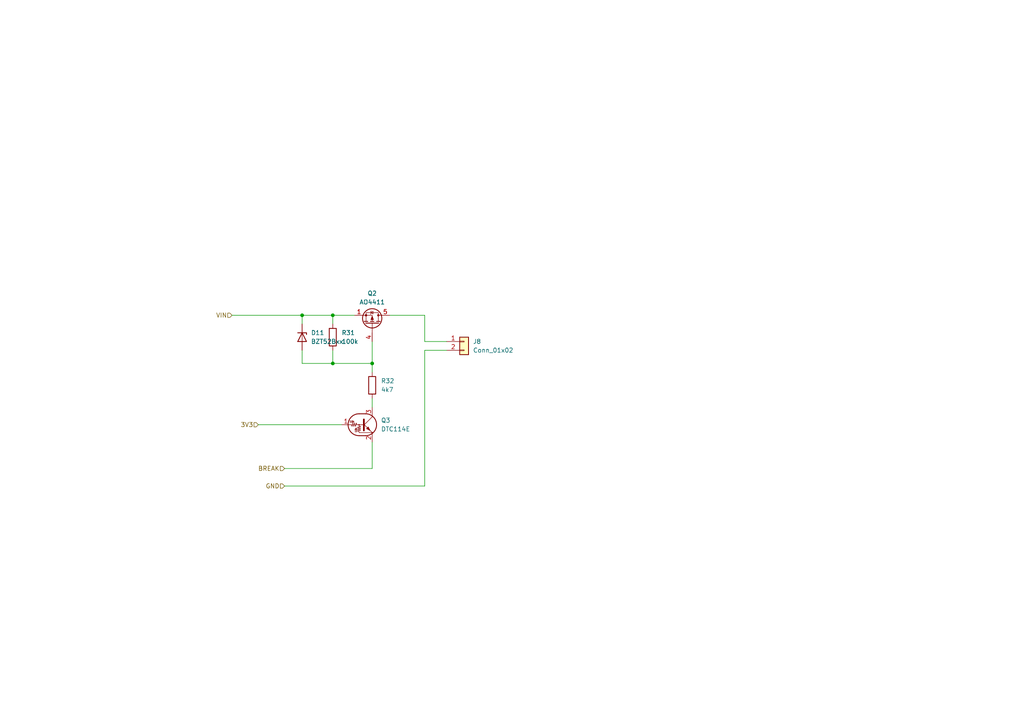
<source format=kicad_sch>
(kicad_sch (version 20250114) (generator "eeschema") (generator_version "9.0")
  (paper "A4")
  (lib_symbols
    (symbol "Connector_Generic:Conn_01x02" (pin_names (offset 1.016) (hide yes))
      (property "Reference" "J" (at 0 2.54 0))
      (property "Value" "Conn_01x02" (at 0 -5.08 0))
      (symbol "Conn_01x02_1_1"
        (rectangle (start -1.27 1.27) (end 1.27 -3.81) (stroke (width 0.254)) (fill (type background)))
        (rectangle (start -1.27 0.127) (end 0 -0.127) (stroke (width 0.1524)))
        (rectangle (start -1.27 -2.413) (end 0 -2.667) (stroke (width 0.1524)))
        (pin passive line (at -5.08 0 0) (length 3.81) (name "Pin_1") (number "1"))
        (pin passive line (at -5.08 -2.54 0) (length 3.81) (name "Pin_2") (number "2"))
      )
    )
    (symbol "Device:R" (pin_numbers (hide yes)) (pin_names (offset 0))
      (property "Reference" "R" (at 2.032 0 90))
      (property "Value" "R" (at 0 0 90))
      (symbol "R_0_1"
        (rectangle (start -1.016 -2.54) (end 1.016 2.54) (stroke (width 0.254)))
      )
      (symbol "R_1_1"
        (pin passive line (at 0 3.81 270) (length 1.27) (name "~") (number "1"))
        (pin passive line (at 0 -3.81 90) (length 1.27) (name "~") (number "2"))
      )
    )
    (symbol "Diode:BZT52Bxx" (pin_numbers (hide yes)) (pin_names (hide yes))
      (property "Reference" "D" (at 0 2.54 0))
      (property "Value" "BZT52Bxx" (at 0 -2.54 0))
      (symbol "BZT52Bxx_0_1"
        (polyline (pts (xy -1.27 -1.27) (xy -1.27 1.27) (xy -0.762 1.27)) (stroke (width 0.254)))
        (polyline (pts (xy 1.27 0) (xy -1.27 0)))
        (polyline (pts (xy 1.27 -1.27) (xy 1.27 1.27) (xy -1.27 0) (xy 1.27 -1.27)) (stroke (width 0.254)))
      )
      (symbol "BZT52Bxx_1_1"
        (pin passive line (at -3.81 0 0) (length 2.54) (name "K") (number "1"))
        (pin passive line (at 3.81 0 180) (length 2.54) (name "A") (number "2"))
      )
    )
    (symbol "Transistor_BJT:DTC114E" (pin_names (offset 0) (hide yes))
      (property "Reference" "Q" (at 5.08 1.905 0))
      (property "Value" "DTC114E" (at 5.08 0 0))
      (symbol "DTC114E_0_0"
        (text "10k" (at -3.302 0.889 0) (effects (font (size 0.508 0.508))))
        (text "10k" (at -2.159 -1.524 900) (effects (font (size 0.508 0.508))))
      )
      (symbol "DTC114E_0_1"
        (polyline (pts (xy -3.429 0) (xy -3.81 0)))
        (polyline (pts (xy -1.27 3.175) (xy 0.635 3.175)) (stroke (width 0.254)))
        (circle (center -1.27 0) (radius 0.127))
        (polyline (pts (xy -1.27 0) (xy -1.27 -0.381) (xy -0.762 -0.508) (xy -1.778 -0.762) (xy -0.762 -1.016) (xy -1.778 -1.27) (xy -0.762 -1.524) (xy -1.778 -1.778) (xy -1.27 -1.905) (xy -1.27 -2.286) (xy 2.54 -2.286)))
        (polyline (pts (xy -1.27 -3.175) (xy 0.635 -3.175)) (stroke (width 0.254)))
        (arc (start -1.27 -3.175) (mid -4.4312 0) (end -1.27 3.175) (stroke (width 0.254)))
        (polyline (pts (xy 0 0) (xy -1.905 0) (xy -2.032 0.508) (xy -2.286 -0.508) (xy -2.54 0.508) (xy -2.794 -0.508) (xy -3.048 0.508) (xy -3.302 -0.508) (xy -3.429 0)))
        (polyline (pts (xy 0 -0.254) (xy 2.54 2.286)))
        (polyline (pts (xy 0.127 1.524) (xy 0.127 -1.651)) (stroke (width 0.508)) (fill (type outline)))
        (arc (start 0.635 3.175) (mid 3.7962 0) (end 0.635 -3.175) (stroke (width 0.254)))
        (polyline (pts (xy 0.889 -1.143) (xy 1.397 -0.635) (xy 1.905 -1.651) (xy 0.889 -1.143)) (fill (type outline)))
        (polyline (pts (xy 2.54 2.286) (xy 2.54 2.54)))
        (polyline (pts (xy 2.54 -2.286) (xy 0 0.254) (xy 0 0.254)))
        (circle (center 2.54 -2.286) (radius 0.127))
      )
      (symbol "DTC114E_1_1"
        (pin input line (at -6.35 0 0) (length 2.54) (name "B") (number "1"))
        (pin passive line (at 2.54 5.08 270) (length 2.54) (name "C") (number "3"))
        (pin passive line (at 2.54 -5.08 90) (length 2.54) (name "E") (number "2"))
      )
    )
    (symbol "Transistor_FET:IRF7404" (pin_names (hide yes))
      (property "Reference" "Q" (at 5.08 1.905 0))
      (property "Value" "IRF7404" (at 5.08 0 0))
      (symbol "IRF7404_0_1"
        (polyline (pts (xy 0.254 1.905) (xy 0.254 -1.905)) (stroke (width 0.254)))
        (polyline (pts (xy 0.254 0) (xy -2.54 0)))
        (polyline (pts (xy 0.762 2.286) (xy 0.762 1.27)) (stroke (width 0.254)))
        (polyline (pts (xy 0.762 1.778) (xy 3.302 1.778) (xy 3.302 -1.778) (xy 0.762 -1.778)))
        (polyline (pts (xy 0.762 0.508) (xy 0.762 -0.508)) (stroke (width 0.254)))
        (polyline (pts (xy 0.762 -1.27) (xy 0.762 -2.286)) (stroke (width 0.254)))
        (circle (center 1.651 0) (radius 2.794) (stroke (width 0.254)))
        (polyline (pts (xy 2.286 0) (xy 1.27 0.381) (xy 1.27 -0.381) (xy 2.286 0)) (fill (type outline)))
        (polyline (pts (xy 2.54 2.54) (xy 2.54 1.778)))
        (circle (center 2.54 1.778) (radius 0.254) (fill (type outline)))
        (circle (center 2.54 -1.778) (radius 0.254) (fill (type outline)))
        (polyline (pts (xy 2.54 -2.54) (xy 2.54 0) (xy 0.762 0)))
        (polyline (pts (xy 2.794 -0.508) (xy 2.921 -0.381) (xy 3.683 -0.381) (xy 3.81 -0.254)))
        (polyline (pts (xy 3.302 -0.381) (xy 2.921 0.254) (xy 3.683 0.254) (xy 3.302 -0.381)))
      )
      (symbol "IRF7404_1_1"
        (pin passive line (at -5.08 0 0) (length 2.54) (name "G") (number "4"))
        (pin passive line (at 2.54 5.08 270) (length 2.54) (name "D") (number "5"))
        (pin passive line (at 2.54 5.08 270) (length 2.54) (hide yes) (name "D") (number "6"))
        (pin passive line (at 2.54 5.08 270) (length 2.54) (hide yes) (name "D") (number "7"))
        (pin passive line (at 2.54 5.08 270) (length 2.54) (hide yes) (name "D") (number "8"))
        (pin passive line (at 2.54 -5.08 90) (length 2.54) (name "S") (number "1"))
        (pin passive line (at 2.54 -5.08 90) (length 2.54) (hide yes) (name "S") (number "2"))
        (pin passive line (at 2.54 -5.08 90) (length 2.54) (hide yes) (name "S") (number "3"))
      )
    )
  )
  (junction (at 96.52 91.44))
  (junction (at 96.52 105.41))
  (junction (at 107.95 105.41))
  (junction (at 87.63 91.44))
  (wire (pts (xy 123.19 99.06) (xy 129.54 99.06)))
  (wire (pts (xy 96.52 91.44) (xy 96.52 93.98)))
  (wire (pts (xy 87.63 105.41) (xy 96.52 105.41)))
  (wire (pts (xy 87.63 101.6) (xy 87.63 105.41)))
  (wire (pts (xy 96.52 101.6) (xy 96.52 105.41)))
  (wire (pts (xy 87.63 91.44) (xy 96.52 91.44)))
  (wire (pts (xy 74.93 123.19) (xy 99.06 123.19)))
  (wire (pts (xy 82.55 140.97) (xy 123.19 140.97)))
  (wire (pts (xy 123.19 91.44) (xy 123.19 99.06)))
  (wire (pts (xy 123.19 101.6) (xy 123.19 140.97)))
  (wire (pts (xy 107.95 135.89) (xy 107.95 128.27)))
  (wire (pts (xy 96.52 91.44) (xy 102.87 91.44)))
  (wire (pts (xy 67.31 91.44) (xy 87.63 91.44)))
  (wire (pts (xy 107.95 105.41) (xy 107.95 107.95)))
  (wire (pts (xy 96.52 105.41) (xy 107.95 105.41)))
  (wire (pts (xy 87.63 91.44) (xy 87.63 93.98)))
  (wire (pts (xy 107.95 115.57) (xy 107.95 118.11)))
  (wire (pts (xy 107.95 105.41) (xy 107.95 99.06)))
  (wire (pts (xy 113.03 91.44) (xy 123.19 91.44)))
  (wire (pts (xy 82.55 135.89) (xy 107.95 135.89)))
  (wire (pts (xy 129.54 101.6) (xy 123.19 101.6)))
  (hierarchical_label "VIN" (shape input) (at 67.31 91.44 180))
  (hierarchical_label "GND" (shape input) (at 82.55 140.97 180))
  (hierarchical_label "3V3" (shape input) (at 74.93 123.19 180))
  (hierarchical_label "BREAK" (shape input) (at 82.55 135.89 180))
  (symbol (lib_id "Connector_Generic:Conn_01x02") (at 134.62 99.06 0) (unit 1)
    (property "Reference" "J8" (at 137.16 99.0599 0) (effects (justify left)))
    (property "Value" "Conn_01x02" (at 137.16 101.5999 0) (effects (justify left)))
    (property "Footprint" "myLib_THT:JST_1x02_P2.54" (effects (hide yes)))
    (property "Description" "Generic connector, single row, 01x02, script generated (kicad-library-utils/schlib/autogen/connector/)" (effects (hide yes)))
  )
  (symbol (lib_id "Device:R") (at 96.52 97.79 180) (unit 1)
    (property "Reference" "R31" (at 99.06 96.5199 0) (effects (justify right)))
    (property "Value" "100k" (at 99.06 99.0599 0) (effects (justify right)))
    (property "Footprint" "Resistor_SMD:R_0402_1005Metric" (effects (hide yes)))
  )
  (symbol (lib_id "Transistor_FET:IRF7404") (at 107.95 93.98 270) (mirror x) (unit 1)
    (property "Reference" "Q2" (at 107.95 85.09 90))
    (property "Value" "AO4411" (at 107.95 87.63 90))
    (property "Footprint" "Package_SO:SOIC-8_3.9x4.9mm_P1.27mm" (effects (hide yes)))
    (property "Datasheet" "http://www.infineon.com/dgdl/irf7404.pdf?fileId=5546d462533600a4015355fa2b5b1b9e" (effects (hide yes)))
    (property "Description" "-6.7A Id, -20V Vds, P-Channel HEXFET Power MOSFET, SO-8" (effects (hide yes)))
  )
  (symbol (lib_id "Transistor_BJT:DTC114E") (at 105.41 123.19 0) (unit 1)
    (property "Reference" "Q3" (at 110.49 121.9199 0) (effects (justify left)))
    (property "Value" "DTC114E" (at 110.49 124.4599 0) (effects (justify left)))
    (property "Footprint" "Package_TO_SOT_SMD:SOT-23" (effects (hide yes)))
    (property "Description" "Digital NPN Transistor, 10k/10k, SOT-23" (effects (hide yes)))
  )
  (symbol (lib_id "Device:R") (at 107.95 111.76 180) (unit 1)
    (property "Reference" "R32" (at 110.49 110.4899 0) (effects (justify right)))
    (property "Value" "4k7" (at 110.49 113.0299 0) (effects (justify right)))
    (property "Footprint" "Resistor_SMD:R_0402_1005Metric" (effects (hide yes)))
  )
  (symbol (lib_id "Diode:BZT52Bxx") (at 87.63 97.79 270) (unit 1)
    (property "Reference" "D11" (at 90.17 96.5199 90) (effects (justify left)))
    (property "Value" "BZT52Bxx" (at 90.17 99.0599 90) (effects (justify left)))
    (property "Footprint" "Diode_SMD:D_SOD-123F" (effects (hide yes)))
    (property "Datasheet" "https://diotec.com/tl_files/diotec/files/pdf/datasheets/bzt52b2v4.pdf" (effects (hide yes)))
    (property "Description" "500mW Zener Diode, SOD-123F" (effects (hide yes)))
  )
)
</source>
